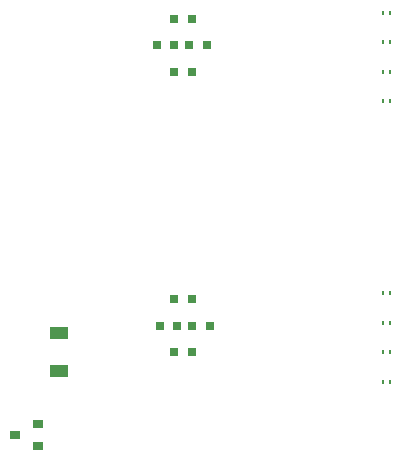
<source format=gbr>
%TF.GenerationSoftware,Altium Limited,Altium Designer,23.6.0 (18)*%
G04 Layer_Color=8421504*
%FSLAX26Y26*%
%MOIN*%
%TF.SameCoordinates,30E3F9D9-9B49-4D85-A541-89FB00A1F4BC*%
%TF.FilePolarity,Positive*%
%TF.FileFunction,Paste,Top*%
%TF.Part,Single*%
G01*
G75*
%TA.AperFunction,SMDPad,CuDef*%
%ADD11R,0.059055X0.039370*%
%ADD12R,0.035433X0.031496*%
%ADD13R,0.009842X0.011811*%
%ADD14R,0.031496X0.031496*%
D11*
X1456693Y1108268D02*
D03*
Y1234252D02*
D03*
D12*
X1387795Y858268D02*
D03*
Y933071D02*
D03*
X1309055Y895669D02*
D03*
D13*
X2559055Y2303150D02*
D03*
X2535433D02*
D03*
X2559055Y2204724D02*
D03*
X2535433D02*
D03*
X2559055Y2106299D02*
D03*
X2535433D02*
D03*
X2559055Y2007874D02*
D03*
X2535433D02*
D03*
X2559055Y1072835D02*
D03*
X2535433D02*
D03*
X2559055Y1171260D02*
D03*
X2535433D02*
D03*
X2559055Y1269685D02*
D03*
X2535433D02*
D03*
X2559055Y1368110D02*
D03*
X2535433D02*
D03*
D14*
X1899606Y1259842D02*
D03*
X1958661D02*
D03*
X1889764Y2194882D02*
D03*
X1948819D02*
D03*
X1840551Y2194882D02*
D03*
X1781496D02*
D03*
X1899606Y1171260D02*
D03*
X1840551D02*
D03*
X1850394Y1259842D02*
D03*
X1791339D02*
D03*
X1840551Y1348425D02*
D03*
X1899606D02*
D03*
X1840551Y2283465D02*
D03*
X1899606D02*
D03*
X1899606Y2106299D02*
D03*
X1840551D02*
D03*
%TF.MD5,bb10b255fb739435c61919f01e11619e*%
M02*

</source>
